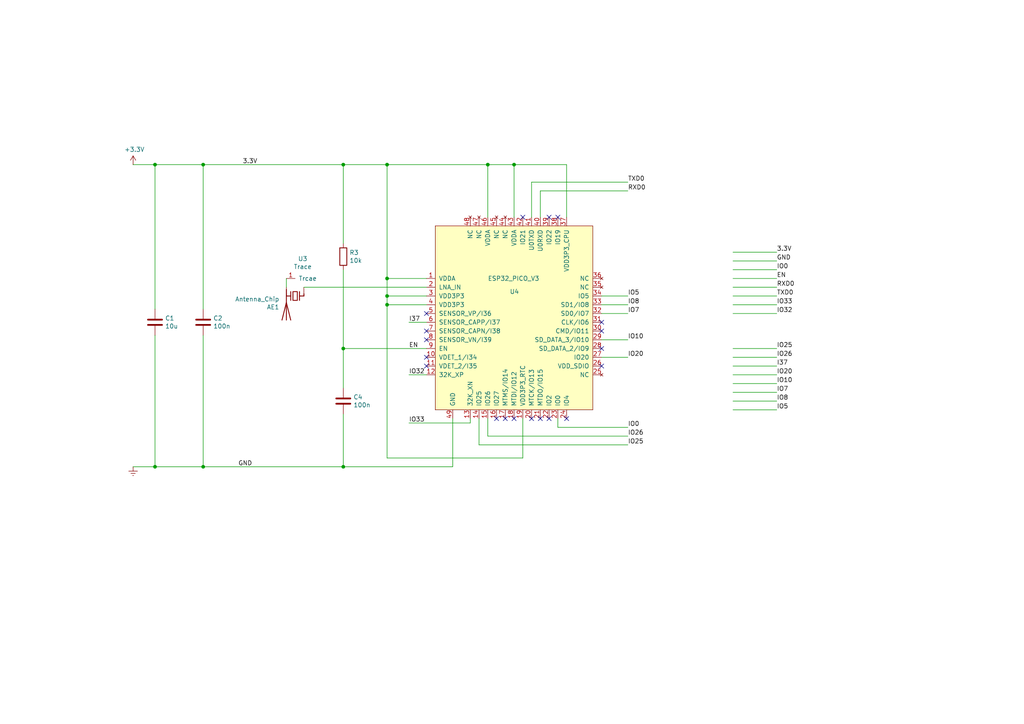
<source format=kicad_sch>
(kicad_sch (version 20231120) (generator "eeschema") (generator_version "8.0")
  (paper "A4")
  (lib_symbols
    (symbol "Device:Antenna_Chip" (pin_numbers hide) (pin_names (offset 1.016) hide)
      (property "Reference" "AE" (at 0 5.08 0))
      (property "Value" "Antenna_Chip" (at 0 3.175 0))
      (symbol "Antenna_Chip_0_1"
        (polyline (pts (xy -2.54 0) (xy -2.54 -0.635)) (stroke (width 0.254)))
        (polyline (pts (xy -2.54 0) (xy -1.27 0)) (stroke (width 0.254)))
        (polyline (pts (xy 1.27 0) (xy 2.54 0)) (stroke (width 0.254)))
        (polyline (pts (xy 1.27 1.27) (xy 1.27 -1.27)) (stroke (width 0.254)))
        (polyline (pts (xy 2.54 -0.635) (xy 2.54 0)))
        (polyline (pts (xy 2.54 6.985) (xy 2.54 -1.905)) (stroke (width 0.254)))
        (polyline (pts (xy -1.27 1.27) (xy -1.27 -1.27) (xy -1.27 0)) (stroke (width 0.254)))
        (polyline (pts (xy 3.81 6.985) (xy 2.54 1.905) (xy 1.27 6.985)) (stroke (width 0.254)))
        (polyline (pts (xy -0.635 1.27) (xy 0.635 1.27) (xy 0.635 -1.27) (xy -0.635 -1.27) (xy -0.635 1.27)) (stroke (width 0.254)))
      )
      (symbol "Antenna_Chip_1_1"
        (pin input line (at -2.54 -2.54 90) (length 2.54) (name "FEED") (number "1"))
        (pin passive line (at 2.54 -2.54 90) (length 2.54) (name "PCB_Trace") (number "2"))
      )
    )
    (symbol "Device:C" (pin_numbers hide) (pin_names (offset 0.254))
      (property "Reference" "C" (at 0.635 2.54 0))
      (property "Value" "C" (at 0.635 -2.54 0))
      (symbol "C_0_1"
        (polyline (pts (xy -2.032 -0.762) (xy 2.032 -0.762)) (stroke (width 0.508)))
        (polyline (pts (xy -2.032 0.762) (xy 2.032 0.762)) (stroke (width 0.508)))
      )
      (symbol "C_1_1"
        (pin passive line (at 0 3.81 270) (length 2.794) (name "~") (number "1"))
        (pin passive line (at 0 -3.81 90) (length 2.794) (name "~") (number "2"))
      )
    )
    (symbol "Device:R" (pin_numbers hide) (pin_names (offset 0))
      (property "Reference" "R" (at 2.032 0 90))
      (property "Value" "R" (at 0 0 90))
      (symbol "R_0_1"
        (rectangle (start -1.016 -2.54) (end 1.016 2.54) (stroke (width 0.254)))
      )
      (symbol "R_1_1"
        (pin passive line (at 0 3.81 270) (length 1.27) (name "~") (number "1"))
        (pin passive line (at 0 -3.81 90) (length 1.27) (name "~") (number "2"))
      )
    )
    (symbol "esp32-pico-module:Antenna-Trace" (pin_names (offset 1.016))
      (property "Reference" "U" (at 0 2.54 0))
      (property "Value" "Antenna-Trace" (at 0 -2.54 0))
      (symbol "Antenna-Trace_1_1"
        (pin input line (at -2.54 0 0) (length 2.54) (name "Trcae") (number "1"))
      )
    )
    (symbol "esp32-pico-module:ESP32_PICO_V3" (pin_names (offset 1.016))
      (property "Reference" "U" (at 0 5.08 0))
      (property "Value" "ESP32_PICO_V3" (at 0 10.16 0))
      (symbol "ESP32_PICO_V3_1_1"
        (rectangle (start 22.86 26.67) (end -22.86 -26.67) (fill (type background)))
        (pin power_in line (at -25.4 11.43 0) (length 2.54) (name "VDDA") (number "1"))
        (pin input line (at -25.4 -11.43 0) (length 2.54) (name "VDET_1/I34") (number "10"))
        (pin input line (at -25.4 -13.97 0) (length 2.54) (name "VDET_2/I35") (number "11"))
        (pin bidirectional line (at -25.4 -16.51 0) (length 2.54) (name "32K_XP") (number "12"))
        (pin bidirectional line (at -12.7 -29.21 90) (length 2.54) (name "32K_XN") (number "13"))
        (pin bidirectional line (at -10.16 -29.21 90) (length 2.54) (name "IO25") (number "14"))
        (pin bidirectional line (at -7.62 -29.21 90) (length 2.54) (name "IO26") (number "15"))
        (pin bidirectional line (at -5.08 -29.21 90) (length 2.54) (name "IO27") (number "16"))
        (pin bidirectional line (at -2.54 -29.21 90) (length 2.54) (name "MTMS/IO14") (number "17"))
        (pin bidirectional line (at 0 -29.21 90) (length 2.54) (name "MTDI/IO12") (number "18"))
        (pin bidirectional line (at 2.54 -29.21 90) (length 2.54) (name "VDD3P3_RTC") (number "19"))
        (pin bidirectional line (at -25.4 8.89 0) (length 2.54) (name "LNA_IN") (number "2"))
        (pin bidirectional line (at 5.08 -29.21 90) (length 2.54) (name "MTCK/IO13") (number "20"))
        (pin bidirectional line (at 7.62 -29.21 90) (length 2.54) (name "MTDO/IO15") (number "21"))
        (pin bidirectional line (at 10.16 -29.21 90) (length 2.54) (name "IO2") (number "22"))
        (pin bidirectional line (at 12.7 -29.21 90) (length 2.54) (name "IO0") (number "23"))
        (pin bidirectional line (at 15.24 -29.21 90) (length 2.54) (name "IO4") (number "24"))
        (pin no_connect line (at 25.4 -16.51 180) (length 2.54) (name "NC") (number "25"))
        (pin power_out line (at 25.4 -13.97 180) (length 2.54) (name "VDD_SDIO") (number "26"))
        (pin bidirectional line (at 25.4 -11.43 180) (length 2.54) (name "IO20") (number "27"))
        (pin bidirectional line (at 25.4 -8.89 180) (length 2.54) (name "SD_DATA_2/IO9") (number "28"))
        (pin bidirectional line (at 25.4 -6.35 180) (length 2.54) (name "SD_DATA_3/IO10") (number "29"))
        (pin power_in line (at -25.4 6.35 0) (length 2.54) (name "VDD3P3") (number "3"))
        (pin bidirectional line (at 25.4 -3.81 180) (length 2.54) (name "CMD/IO11") (number "30"))
        (pin bidirectional line (at 25.4 -1.27 180) (length 2.54) (name "CLK/IO6") (number "31"))
        (pin bidirectional line (at 25.4 1.27 180) (length 2.54) (name "SD0/IO7") (number "32"))
        (pin bidirectional line (at 25.4 3.81 180) (length 2.54) (name "SD1/IO8") (number "33"))
        (pin bidirectional line (at 25.4 6.35 180) (length 2.54) (name "IO5") (number "34"))
        (pin no_connect line (at 25.4 8.89 180) (length 2.54) (name "NC") (number "35"))
        (pin no_connect line (at 25.4 11.43 180) (length 2.54) (name "NC") (number "36"))
        (pin power_in line (at 15.24 29.21 270) (length 2.54) (name "VDD3P3_CPU") (number "37"))
        (pin bidirectional line (at 12.7 29.21 270) (length 2.54) (name "IO19") (number "38"))
        (pin bidirectional line (at 10.16 29.21 270) (length 2.54) (name "IO22") (number "39"))
        (pin power_in line (at -25.4 3.81 0) (length 2.54) (name "VDD3P3") (number "4"))
        (pin bidirectional line (at 7.62 29.21 270) (length 2.54) (name "U0RXD") (number "40"))
        (pin bidirectional line (at 5.08 29.21 270) (length 2.54) (name "U0TXD") (number "41"))
        (pin bidirectional line (at 2.54 29.21 270) (length 2.54) (name "IO21") (number "42"))
        (pin power_in line (at 0 29.21 270) (length 2.54) (name "VDDA") (number "43"))
        (pin no_connect line (at -2.54 29.21 270) (length 2.54) (name "NC") (number "44"))
        (pin no_connect line (at -5.08 29.21 270) (length 2.54) (name "NC") (number "45"))
        (pin power_in line (at -7.62 29.21 270) (length 2.54) (name "VDDA") (number "46"))
        (pin no_connect line (at -10.16 29.21 270) (length 2.54) (name "NC") (number "47"))
        (pin no_connect line (at -12.7 29.21 270) (length 2.54) (name "NC") (number "48"))
        (pin power_in line (at -17.78 -29.21 90) (length 2.54) (name "GND") (number "49"))
        (pin input line (at -25.4 1.27 0) (length 2.54) (name "SENSOR_VP/I36") (number "5"))
        (pin input line (at -25.4 -1.27 0) (length 2.54) (name "SENSOR_CAPP/I37") (number "6"))
        (pin input line (at -25.4 -3.81 0) (length 2.54) (name "SENSOR_CAPN/I38") (number "7"))
        (pin input line (at -25.4 -6.35 0) (length 2.54) (name "SENSOR_VN/I39") (number "8"))
        (pin input line (at -25.4 -8.89 0) (length 2.54) (name "EN") (number "9"))
      )
    )
    (symbol "power:+3.3V" (power) (pin_numbers hide) (pin_names (offset 0) hide)
      (property "Value" "+3.3V" (at 0 3.556 0))
      (symbol "+3.3V_0_1"
        (polyline (pts (xy -0.762 1.27) (xy 0 2.54)))
        (polyline (pts (xy 0 0) (xy 0 2.54)))
        (polyline (pts (xy 0 2.54) (xy 0.762 1.27)))
      )
      (symbol "+3.3V_1_1"
        (pin power_in line (at 0 0 90) (length 0) (name "~") (number "1"))
      )
    )
    (symbol "power:Earth" (power) (pin_numbers hide) (pin_names (offset 0) hide)
      (property "Value" "Earth" (at 0 -3.81 0))
      (symbol "Earth_0_1"
        (polyline (pts (xy -0.635 -1.905) (xy 0.635 -1.905)))
        (polyline (pts (xy -0.127 -2.54) (xy 0.127 -2.54)))
        (polyline (pts (xy 0 -1.27) (xy 0 0)))
        (polyline (pts (xy 1.27 -1.27) (xy -1.27 -1.27)))
      )
      (symbol "Earth_1_1"
        (pin power_in line (at 0 0 270) (length 0) (name "~") (number "1"))
      )
    )
  )
  (junction (at 99.568 101.092))
  (junction (at 112.268 47.752))
  (junction (at 112.268 88.392))
  (junction (at 149.098 47.752))
  (junction (at 44.958 135.382))
  (junction (at 58.928 135.382))
  (junction (at 112.268 80.772))
  (junction (at 44.958 47.752))
  (junction (at 99.568 135.382))
  (junction (at 112.268 85.852))
  (junction (at 58.928 47.752))
  (junction (at 141.478 47.752))
  (junction (at 99.568 47.752))
  (no_connect (at 123.698 103.632))
  (no_connect (at 161.798 62.992))
  (no_connect (at 149.098 121.412))
  (no_connect (at 151.638 62.992))
  (no_connect (at 144.018 121.412))
  (no_connect (at 123.698 90.932))
  (no_connect (at 123.698 98.552))
  (no_connect (at 174.498 96.012))
  (no_connect (at 156.718 121.412))
  (no_connect (at 159.258 62.992))
  (no_connect (at 174.498 101.092))
  (no_connect (at 164.338 121.412))
  (no_connect (at 123.698 106.172))
  (no_connect (at 174.498 93.472))
  (no_connect (at 154.178 121.412))
  (no_connect (at 159.258 121.412))
  (no_connect (at 123.698 96.012))
  (no_connect (at 146.558 121.412))
  (no_connect (at 174.498 106.172))
  (wire (pts (xy 136.398 122.682) (xy 118.618 122.682)))
  (wire (pts (xy 174.498 90.932) (xy 182.118 90.932)))
  (wire (pts (xy 212.598 85.852) (xy 225.298 85.852)))
  (wire (pts (xy 99.568 112.522) (xy 99.568 101.092)))
  (wire (pts (xy 225.298 116.332) (xy 212.598 116.332)))
  (wire (pts (xy 38.608 135.382) (xy 44.958 135.382)))
  (wire (pts (xy 44.958 97.282) (xy 44.958 135.382)))
  (wire (pts (xy 212.598 88.392) (xy 225.298 88.392)))
  (wire (pts (xy 212.598 73.152) (xy 225.298 73.152)))
  (wire (pts (xy 138.938 121.412) (xy 138.938 129.032)))
  (wire (pts (xy 141.478 121.412) (xy 141.478 126.492)))
  (wire (pts (xy 44.958 135.382) (xy 58.928 135.382)))
  (wire (pts (xy 141.478 47.752) (xy 112.268 47.752)))
  (wire (pts (xy 138.938 129.032) (xy 182.118 129.032)))
  (wire (pts (xy 156.718 55.372) (xy 182.118 55.372)))
  (wire (pts (xy 151.638 121.412) (xy 151.638 132.842)))
  (wire (pts (xy 154.178 52.832) (xy 182.118 52.832)))
  (wire (pts (xy 58.928 47.752) (xy 44.958 47.752)))
  (wire (pts (xy 225.298 101.092) (xy 212.598 101.092)))
  (wire (pts (xy 123.698 101.092) (xy 99.568 101.092)))
  (wire (pts (xy 164.338 47.752) (xy 164.338 62.992)))
  (wire (pts (xy 123.698 85.852) (xy 112.268 85.852)))
  (wire (pts (xy 164.338 47.752) (xy 149.098 47.752)))
  (wire (pts (xy 151.638 132.842) (xy 112.268 132.842)))
  (wire (pts (xy 123.698 88.392) (xy 112.268 88.392)))
  (wire (pts (xy 149.098 47.752) (xy 141.478 47.752)))
  (wire (pts (xy 225.298 103.632) (xy 212.598 103.632)))
  (wire (pts (xy 58.928 97.282) (xy 58.928 135.382)))
  (wire (pts (xy 123.698 83.312) (xy 88.138 83.312)))
  (wire (pts (xy 149.098 47.752) (xy 149.098 62.992)))
  (wire (pts (xy 161.798 121.412) (xy 161.798 123.952)))
  (wire (pts (xy 112.268 85.852) (xy 112.268 80.772)))
  (wire (pts (xy 58.928 47.752) (xy 99.568 47.752)))
  (wire (pts (xy 212.598 75.692) (xy 225.298 75.692)))
  (wire (pts (xy 212.598 90.932) (xy 225.298 90.932)))
  (wire (pts (xy 99.568 135.382) (xy 131.318 135.382)))
  (wire (pts (xy 112.268 88.392) (xy 112.268 85.852)))
  (wire (pts (xy 58.928 47.752) (xy 58.928 89.662)))
  (wire (pts (xy 182.118 103.632) (xy 174.498 103.632)))
  (wire (pts (xy 83.058 83.312) (xy 83.058 80.772)))
  (wire (pts (xy 154.178 62.992) (xy 154.178 52.832)))
  (wire (pts (xy 225.298 111.252) (xy 212.598 111.252)))
  (wire (pts (xy 225.298 118.872) (xy 212.598 118.872)))
  (wire (pts (xy 156.718 62.992) (xy 156.718 55.372)))
  (wire (pts (xy 225.298 106.172) (xy 212.598 106.172)))
  (wire (pts (xy 123.698 93.472) (xy 118.618 93.472)))
  (wire (pts (xy 112.268 47.752) (xy 99.568 47.752)))
  (wire (pts (xy 44.958 47.752) (xy 38.608 47.752)))
  (wire (pts (xy 99.568 47.752) (xy 99.568 70.612)))
  (wire (pts (xy 141.478 47.752) (xy 141.478 62.992)))
  (wire (pts (xy 212.598 78.232) (xy 225.298 78.232)))
  (wire (pts (xy 99.568 120.142) (xy 99.568 135.382)))
  (wire (pts (xy 225.298 108.712) (xy 212.598 108.712)))
  (wire (pts (xy 174.498 98.552) (xy 182.118 98.552)))
  (wire (pts (xy 131.318 135.382) (xy 131.318 121.412)))
  (wire (pts (xy 99.568 78.232) (xy 99.568 101.092)))
  (wire (pts (xy 112.268 47.752) (xy 112.268 80.772)))
  (wire (pts (xy 141.478 126.492) (xy 182.118 126.492)))
  (wire (pts (xy 161.798 123.952) (xy 182.118 123.952)))
  (wire (pts (xy 174.498 88.392) (xy 182.118 88.392)))
  (wire (pts (xy 174.498 85.852) (xy 182.118 85.852)))
  (wire (pts (xy 225.298 113.792) (xy 212.598 113.792)))
  (wire (pts (xy 112.268 88.392) (xy 112.268 132.842)))
  (wire (pts (xy 44.958 47.752) (xy 44.958 89.662)))
  (wire (pts (xy 212.598 83.312) (xy 225.298 83.312)))
  (wire (pts (xy 136.398 121.412) (xy 136.398 122.682)))
  (wire (pts (xy 212.598 80.772) (xy 225.298 80.772)))
  (wire (pts (xy 123.698 80.772) (xy 112.268 80.772)))
  (wire (pts (xy 123.698 108.712) (xy 118.618 108.712)))
  (wire (pts (xy 58.928 135.382) (xy 99.568 135.382)))
  (label "3.3V" (at 70.358 47.752 0))
  (label "IO33" (at 118.618 122.682 0))
  (label "IO10" (at 225.298 111.252 0))
  (label "IO5" (at 182.118 85.852 0))
  (label "IO26" (at 225.298 103.632 0))
  (label "IO32" (at 118.618 108.712 0))
  (label "EN" (at 118.618 101.092 0))
  (label "IO8" (at 225.298 116.332 0))
  (label "3.3V" (at 225.298 73.152 0))
  (label "IO5" (at 225.298 118.872 0))
  (label "IO7" (at 182.118 90.932 0))
  (label "RXD0" (at 182.118 55.372 0))
  (label "IO0" (at 225.298 78.232 0))
  (label "GND" (at 225.298 75.692 0))
  (label "TXD0" (at 182.118 52.832 0))
  (label "GND" (at 69.088 135.382 0))
  (label "IO25" (at 225.298 101.092 0))
  (label "IO10" (at 182.118 98.552 0))
  (label "IO33" (at 225.298 88.392 0))
  (label "IO8" (at 182.118 88.392 0))
  (label "RXD0" (at 225.298 83.312 0))
  (label "IO20" (at 225.298 108.712 0))
  (label "IO32" (at 225.298 90.932 0))
  (label "IO7" (at 225.298 113.792 0))
  (label "TXD0" (at 225.298 85.852 0))
  (label "IO0" (at 182.118 123.952 0))
  (label "I37" (at 225.298 106.172 0))
  (label "I37" (at 118.618 93.472 0))
  (label "IO25" (at 182.118 129.032 0))
  (label "IO20" (at 182.118 103.632 0))
  (label "EN" (at 225.298 80.772 0))
  (label "IO26" (at 182.118 126.492 0))
  (symbol (lib_id "Device:R") (at 99.568 74.422 0) (unit 1)
    (property "Reference" "R3" (at 101.346 73.2536 0) (effects (justify left)))
    (property "Value" "10k" (at 101.346 75.565 0) (effects (justify left)))
    (property "Footprint" "Resistor_SMD:R_0805_2012Metric" (effects (hide yes)))
  )
  (symbol (lib_id "Connector:Conn_01x08_Male") (at 207.518 108.712 0) (unit 1)
    (property "Reference" "J2" (at 210.2612 96.4946 0))
    (property "Value" "Conn_01x08_Male" (at 210.2612 98.806 0))
    (property "Footprint" "esp32-pico-module:PinHeader_1x08" (effects (hide yes)))
  )
  (symbol (lib_id "esp32-pico-module:ESP32_PICO_V3") (at 149.098 92.202 0) (unit 1)
    (property "Reference" "U4" (at 147.828 84.582 0) (effects (justify left)))
    (property "Value" "ESP32_PICO_V3" (at 141.478 80.772 0) (effects (justify left)))
    (property "Footprint" "esp32-pico-module:QFN-48" (effects (hide yes)))
  )
  (symbol (lib_id "Device:C") (at 44.958 93.472 0) (unit 1)
    (property "Reference" "C1" (at 47.879 92.3036 0) (effects (justify left)))
    (property "Value" "10u" (at 47.879 94.615 0) (effects (justify left)))
    (property "Footprint" "Capacitor_SMD:C_0805_2012Metric" (effects (hide yes)))
  )
  (symbol (lib_id "power:+3.3V") (at 38.608 47.752 0) (unit 1)
    (property "Reference" "#PWR089" (effects (hide yes)))
    (property "Value" "+3.3V" (at 38.989 43.3578 0))
  )
  (symbol (lib_id "power:Earth") (at 38.608 135.382 0) (unit 1)
    (property "Reference" "#PWR090" (effects (hide yes)))
    (property "Value" "Earth" (effects (hide yes)))
  )
  (symbol (lib_id "Connector:Conn_01x08_Male") (at 207.518 80.772 0) (unit 1)
    (property "Reference" "J1" (at 210.2612 68.5546 0))
    (property "Value" "Conn_01x08_Male" (at 210.2612 70.866 0))
    (property "Footprint" "esp32-pico-module:PinHeader_1x08" (effects (hide yes)))
  )
  (symbol (lib_id "Device:Antenna_Chip") (at 85.598 85.852 180) (unit 1)
    (property "Reference" "AE1" (at 81.026 89.0778 0) (effects (justify left)))
    (property "Value" "Antenna_Chip" (at 81.026 86.7664 0) (effects (justify left)))
    (property "Footprint" "esp32-pico-module:wifi antenna" (effects (hide yes)))
  )
  (symbol (lib_id "Device:C") (at 58.928 93.472 0) (unit 1)
    (property "Reference" "C2" (at 61.849 92.3036 0) (effects (justify left)))
    (property "Value" "100n" (at 61.849 94.615 0) (effects (justify left)))
    (property "Footprint" "Capacitor_SMD:C_0805_2012Metric" (effects (hide yes)))
  )
  (symbol (lib_id "esp32-pico-module:Antenna-Trace") (at 85.598 80.772 0) (unit 1)
    (property "Reference" "U3" (at 87.8078 75.057 0))
    (property "Value" "Trace" (at 87.8078 77.3684 0))
    (property "Footprint" "esp32-pico-module:AntennaTrace" (effects (hide yes)))
  )
  (symbol (lib_id "Device:C") (at 99.568 116.332 0) (unit 1)
    (property "Reference" "C4" (at 102.489 115.1636 0) (effects (justify left)))
    (property "Value" "100n" (at 102.489 117.475 0) (effects (justify left)))
    (property "Footprint" "Capacitor_SMD:C_0805_2012Metric" (effects (hide yes)))
  )
)
</source>
